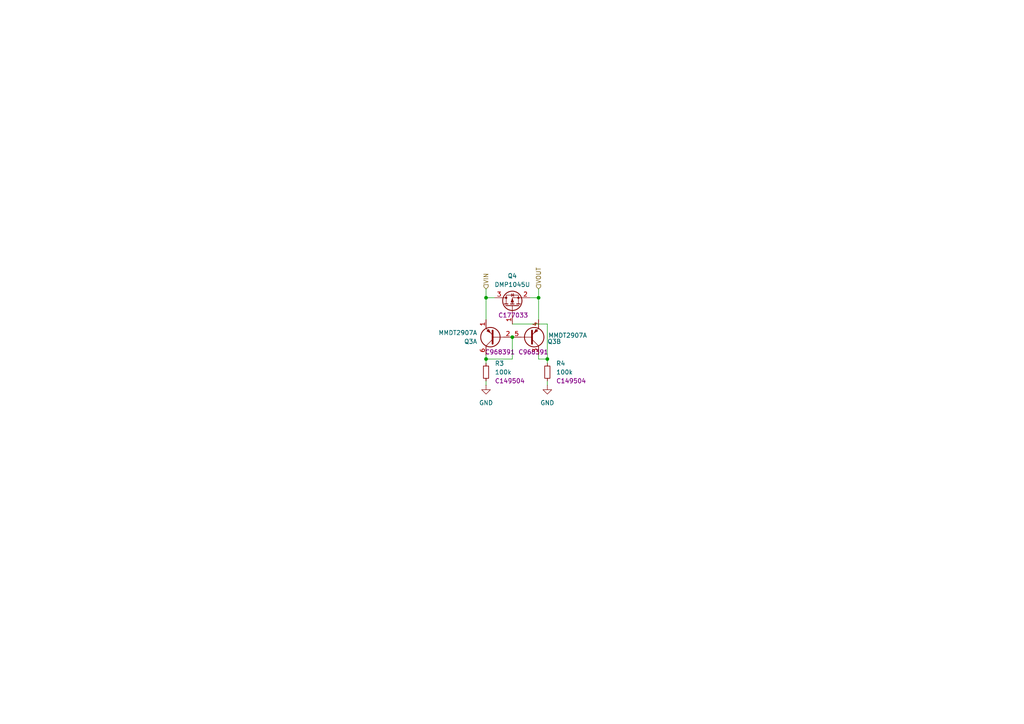
<source format=kicad_sch>
(kicad_sch (version 20231120) (generator "eeschema") (generator_version "8.0")
  (paper "A4")
  (title_block (title "CoolKid'sBadge") (date "2024-07-31") (rev "1.1") (company "Cyberpunk.company") (comment 1 "Electronic Conference badge created for LeHack2024 - by Tixlegeek") (comment 2 "https://cyberpunk.company") (comment 3 "https://tixlegeek.io/splash"))
  (lib_symbols
    (symbol "Device:R_Small" (pin_numbers hide) (pin_names (offset 0.254) hide)
      (property "Reference" "R" (at 0.762 0.508 0))
      (property "Value" "R_Small" (at 0.762 -1.016 0))
      (symbol "R_Small_0_1"
        (rectangle (start -0.762 1.778) (end 0.762 -1.778) (stroke (width 0.2032)))
      )
      (symbol "R_Small_1_1"
        (pin passive line (at 0 2.54 270) (length 0.762) (name "~") (number "1"))
        (pin passive line (at 0 -2.54 90) (length 0.762) (name "~") (number "2"))
      )
    )
    (symbol "Transistor_BJT:MMDT3906" (pin_names (offset 0) hide)
      (property "Reference" "Q" (at 5.08 1.27 0))
      (property "Value" "MMDT3906" (at 5.08 -1.27 0))
      (symbol "MMDT3906_0_1"
        (polyline (pts (xy 0.635 0) (xy -2.54 0)))
        (polyline (pts (xy 0.635 0.635) (xy 2.54 2.54)))
        (polyline (pts (xy 0.635 -0.635) (xy 2.54 -2.54) (xy 2.54 -2.54)))
        (polyline (pts (xy 0.635 1.905) (xy 0.635 -1.905) (xy 0.635 -1.905)) (stroke (width 0.508)))
        (polyline (pts (xy 2.286 -1.778) (xy 1.778 -2.286) (xy 1.27 -1.27) (xy 2.286 -1.778) (xy 2.286 -1.778)) (fill (type outline)))
        (circle (center 1.27 0) (radius 2.8194) (stroke (width 0.254)))
      )
      (symbol "MMDT3906_1_1"
        (pin passive line (at 2.54 -5.08 90) (length 2.54) (name "E1") (number "1"))
        (pin input line (at -5.08 0 0) (length 2.54) (name "B1") (number "2"))
        (pin passive line (at 2.54 5.08 270) (length 2.54) (name "C1") (number "6"))
      )
      (symbol "MMDT3906_2_1"
        (pin passive line (at 2.54 5.08 270) (length 2.54) (name "C2") (number "3"))
        (pin passive line (at 2.54 -5.08 90) (length 2.54) (name "E2") (number "4"))
        (pin input line (at -5.08 0 0) (length 2.54) (name "B2") (number "5"))
      )
    )
    (symbol "Transistor_FET:Si2319CDS" (pin_names hide)
      (property "Reference" "Q" (at 5.08 1.905 0))
      (property "Value" "Si2319CDS" (at 5.08 0 0))
      (symbol "Si2319CDS_0_1"
        (polyline (pts (xy 0.254 0) (xy -2.54 0)))
        (polyline (pts (xy 0.254 1.905) (xy 0.254 -1.905)) (stroke (width 0.254)))
        (polyline (pts (xy 0.762 -1.27) (xy 0.762 -2.286)) (stroke (width 0.254)))
        (polyline (pts (xy 0.762 0.508) (xy 0.762 -0.508)) (stroke (width 0.254)))
        (polyline (pts (xy 0.762 2.286) (xy 0.762 1.27)) (stroke (width 0.254)))
        (polyline (pts (xy 2.54 2.54) (xy 2.54 1.778)))
        (polyline (pts (xy 2.54 -2.54) (xy 2.54 0) (xy 0.762 0)))
        (polyline (pts (xy 0.762 1.778) (xy 3.302 1.778) (xy 3.302 -1.778) (xy 0.762 -1.778)))
        (polyline (pts (xy 2.286 0) (xy 1.27 0.381) (xy 1.27 -0.381) (xy 2.286 0)) (fill (type outline)))
        (polyline (pts (xy 2.794 -0.508) (xy 2.921 -0.381) (xy 3.683 -0.381) (xy 3.81 -0.254)))
        (polyline (pts (xy 3.302 -0.381) (xy 2.921 0.254) (xy 3.683 0.254) (xy 3.302 -0.381)))
        (circle (center 1.651 0) (radius 2.794) (stroke (width 0.254)))
        (circle (center 2.54 -1.778) (radius 0.254) (fill (type outline)))
        (circle (center 2.54 1.778) (radius 0.254) (fill (type outline)))
      )
      (symbol "Si2319CDS_1_1"
        (pin input line (at -5.08 0 0) (length 2.54) (name "G") (number "1"))
        (pin passive line (at 2.54 -5.08 90) (length 2.54) (name "S") (number "2"))
        (pin passive line (at 2.54 5.08 270) (length 2.54) (name "D") (number "3"))
      )
    )
    (symbol "power:GND" (power) (pin_numbers hide) (pin_names (offset 0) hide)
      (property "Value" "GND" (at 0 -3.81 0))
      (symbol "GND_0_1"
        (polyline (pts (xy 0 0) (xy 0 -1.27) (xy 1.27 -1.27) (xy 0 -2.54) (xy -1.27 -1.27) (xy 0 -1.27)))
      )
      (symbol "GND_1_1"
        (pin power_in line (at 0 0 270) (length 0) (name "~") (number "1"))
      )
    )
  )
  (junction (at 156.21 86.36))
  (junction (at 140.97 86.36))
  (junction (at 140.97 104.14))
  (junction (at 148.59 97.79))
  (junction (at 158.75 104.14))
  (wire (pts (xy 148.59 104.14) (xy 148.59 97.79)))
  (wire (pts (xy 158.75 104.14) (xy 158.75 93.98)))
  (wire (pts (xy 148.59 93.98) (xy 158.75 93.98)))
  (wire (pts (xy 140.97 102.87) (xy 140.97 104.14)))
  (wire (pts (xy 158.75 104.14) (xy 158.75 105.41)))
  (wire (pts (xy 156.21 102.87) (xy 156.21 104.14)))
  (wire (pts (xy 140.97 110.49) (xy 140.97 111.76)))
  (wire (pts (xy 140.97 83.82) (xy 140.97 86.36)))
  (wire (pts (xy 156.21 86.36) (xy 156.21 92.71)))
  (wire (pts (xy 140.97 86.36) (xy 140.97 92.71)))
  (wire (pts (xy 156.21 83.82) (xy 156.21 86.36)))
  (wire (pts (xy 156.21 104.14) (xy 158.75 104.14)))
  (wire (pts (xy 158.75 111.76) (xy 158.75 110.49)))
  (wire (pts (xy 140.97 104.14) (xy 140.97 105.41)))
  (wire (pts (xy 156.21 86.36) (xy 153.67 86.36)))
  (wire (pts (xy 143.51 86.36) (xy 140.97 86.36)))
  (wire (pts (xy 140.97 104.14) (xy 148.59 104.14)))
  (hierarchical_label "VOUT" (shape input) (at 156.21 83.82 90))
  (hierarchical_label "VIN" (shape input) (at 140.97 83.82 90))
  (symbol (lib_id "power:GND") (at 158.75 111.76 0) (unit 1)
    (property "Reference" "#PWR012" (effects (hide yes)))
    (property "Value" "GND" (at 158.75 116.84 0))
    (property "Description" "Power symbol creates a global label with name \"GND\" , ground" (effects (hide yes)))
    (instances (project "CoolKidsBadge" (path "" (reference "#PWR012") (unit 1)) (path "" (reference "#PWR016") (unit 1))))
  )
  (symbol (lib_id "power:GND") (at 140.97 111.76 0) (unit 1)
    (property "Reference" "#PWR011" (effects (hide yes)))
    (property "Value" "GND" (at 140.97 116.84 0))
    (property "Description" "Power symbol creates a global label with name \"GND\" , ground" (effects (hide yes)))
    (instances (project "CoolKidsBadge" (path "" (reference "#PWR011") (unit 1)) (path "" (reference "#PWR015") (unit 1))))
  )
  (symbol (lib_id "Transistor_FET:Si2319CDS") (at 148.59 88.9 90) (unit 1)
    (property "Reference" "Q4" (at 148.59 80.01 90))
    (property "Value" "DMP1045U" (at 148.59 82.55 90))
    (property "Footprint" "Package_TO_SOT_SMD:SOT-23" (effects (hide yes)))
    (property "Datasheet" "https://wmsc.lcsc.com/wmsc/upload/file/pdf/v2/lcsc/1809081432_Diodes-Incorporated-DMP1045U-7_C177033.pdf" (effects (hide yes)))
    (property "Description" "-4.4A Id, -40V Vds, P-Channel MOSFET, SOT-23" (effects (hide yes)))
    (property "JLCPCB" "C177033" (at 148.844 91.44 90))
    (instances (project "CoolKidsBadge" (path "" (reference "Q4") (unit 1)) (path "" (reference "Q2") (unit 1))))
  )
  (symbol (lib_id "Device:R_Small") (at 140.97 107.95 0) (unit 1)
    (property "Reference" "R3" (at 143.51 105.4099 0) (effects (justify left)))
    (property "Value" "100k" (at 143.51 107.9499 0) (effects (justify left)))
    (property "Footprint" "Resistor_SMD:R_0805_2012Metric" (effects (hide yes)))
    (property "Description" "Resistor, small symbol" (effects (hide yes)))
    (property "JLCPCB" "C149504" (at 143.51 110.4899 0) (effects (justify left)))
    (instances (project "CoolKidsBadge" (path "" (reference "R3") (unit 1)) (path "" (reference "R1") (unit 1))))
  )
  (symbol (lib_id "Transistor_BJT:MMDT3906") (at 153.67 97.79 0) (mirror x) (unit 2)
    (property "Reference" "Q3" (at 158.75 99.0601 0) (effects (justify left)))
    (property "Value" "MMDT2907A" (at 159.004 97.282 0) (effects (justify left)))
    (property "Footprint" "Package_TO_SOT_SMD:SOT-363_SC-70-6" (effects (hide yes)))
    (property "Datasheet" "https://jlcpcb.com/partdetail/Yangzhou_Yangjie_ElecTech-MMDT2907A/C968391" (effects (hide yes)))
    (property "Description" "200mA IC, 40V Vce, Dual PNP/PNP Transistors, SOT-363" (effects (hide yes)))
    (property "JLCPCB" "C968391" (at 154.686 102.108 0))
    (instances (project "CoolKidsBadge" (path "" (reference "Q3") (unit 2)) (path "" (reference "Q1") (unit 2))))
  )
  (symbol (lib_id "Device:R_Small") (at 158.75 107.95 0) (unit 1)
    (property "Reference" "R4" (at 161.29 105.4099 0) (effects (justify left)))
    (property "Value" "100k" (at 161.29 107.9499 0) (effects (justify left)))
    (property "Footprint" "Resistor_SMD:R_0805_2012Metric" (effects (hide yes)))
    (property "Description" "Resistor, small symbol" (effects (hide yes)))
    (property "JLCPCB" "C149504" (at 161.29 110.4899 0) (effects (justify left)))
    (instances (project "CoolKidsBadge" (path "" (reference "R4") (unit 1)) (path "" (reference "R2") (unit 1))))
  )
  (symbol (lib_id "Transistor_BJT:MMDT3906") (at 143.51 97.79 180) (unit 1)
    (property "Reference" "Q3" (at 138.43 99.0601 0) (effects (justify left)))
    (property "Value" "MMDT2907A" (at 138.43 96.5201 0) (effects (justify left)))
    (property "Footprint" "Package_TO_SOT_SMD:SOT-363_SC-70-6" (effects (hide yes)))
    (property "Datasheet" "https://jlcpcb.com/partdetail/Yangzhou_Yangjie_ElecTech-MMDT2907A/C968391" (effects (hide yes)))
    (property "Description" "200mA IC, 40V Vce, Dual PNP/PNP Transistors, SOT-363" (effects (hide yes)))
    (property "JLCPCB" "C968391" (at 145.034 102.108 0))
    (instances (project "CoolKidsBadge" (path "" (reference "Q3") (unit 1)) (path "" (reference "Q1") (unit 1))))
  )
)
</source>
